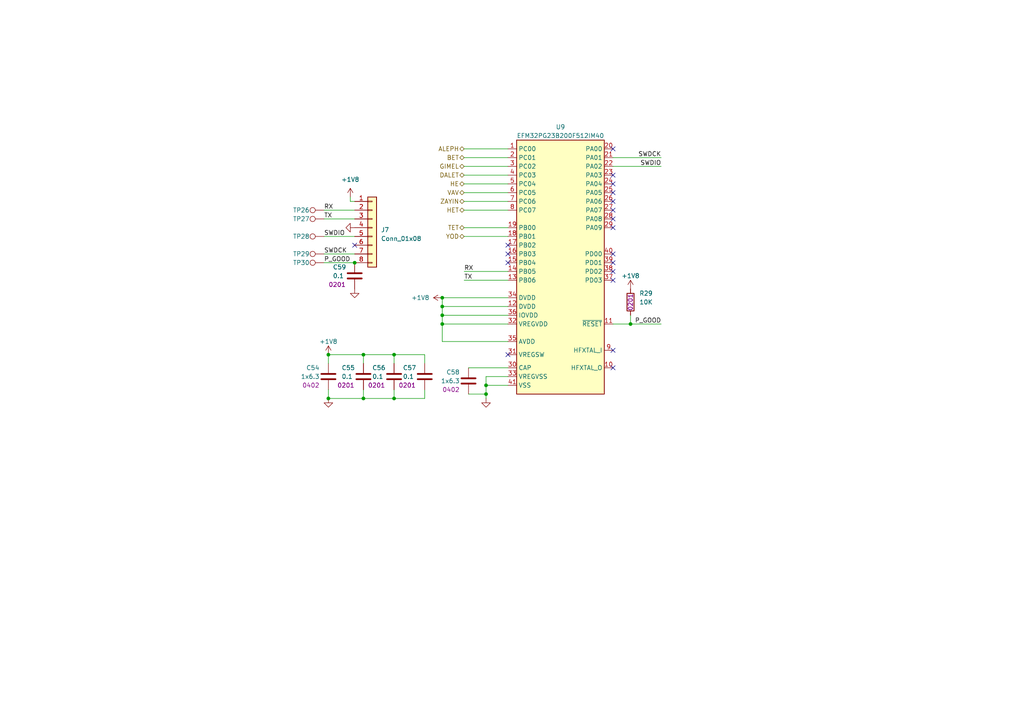
<source format=kicad_sch>
(kicad_sch
	(version 20231120)
	(generator "eeschema")
	(generator_version "8.0")
	(uuid "de730d4e-63cd-4745-9f6d-ad7d11d4cae2")
	(paper "A4")
	(lib_symbols
		(symbol "Connector:TestPoint"
			(pin_numbers hide)
			(pin_names
				(offset 0.762) hide)
			(exclude_from_sim no)
			(in_bom yes)
			(on_board yes)
			(property "Reference" "TP"
				(at 0 6.858 0)
				(effects
					(font
						(size 1.27 1.27)
					)
				)
			)
			(property "Value" "TestPoint"
				(at 0 5.08 0)
				(effects
					(font
						(size 1.27 1.27)
					)
				)
			)
			(property "Footprint" ""
				(at 5.08 0 0)
				(effects
					(font
						(size 1.27 1.27)
					)
					(hide yes)
				)
			)
			(property "Datasheet" "~"
				(at 5.08 0 0)
				(effects
					(font
						(size 1.27 1.27)
					)
					(hide yes)
				)
			)
			(property "Description" "test point"
				(at 0 0 0)
				(effects
					(font
						(size 1.27 1.27)
					)
					(hide yes)
				)
			)
			(property "ki_keywords" "test point tp"
				(at 0 0 0)
				(effects
					(font
						(size 1.27 1.27)
					)
					(hide yes)
				)
			)
			(property "ki_fp_filters" "Pin* Test*"
				(at 0 0 0)
				(effects
					(font
						(size 1.27 1.27)
					)
					(hide yes)
				)
			)
			(symbol "TestPoint_0_1"
				(circle
					(center 0 3.302)
					(radius 0.762)
					(stroke
						(width 0)
						(type default)
					)
					(fill
						(type none)
					)
				)
			)
			(symbol "TestPoint_1_1"
				(pin passive line
					(at 0 0 90)
					(length 2.54)
					(name "1"
						(effects
							(font
								(size 1.27 1.27)
							)
						)
					)
					(number "1"
						(effects
							(font
								(size 1.27 1.27)
							)
						)
					)
				)
			)
		)
		(symbol "Connector_Generic:Conn_01x08"
			(pin_names
				(offset 1.016) hide)
			(exclude_from_sim no)
			(in_bom yes)
			(on_board yes)
			(property "Reference" "J"
				(at 0 10.16 0)
				(effects
					(font
						(size 1.27 1.27)
					)
				)
			)
			(property "Value" "Conn_01x08"
				(at 0 -12.7 0)
				(effects
					(font
						(size 1.27 1.27)
					)
				)
			)
			(property "Footprint" ""
				(at 0 0 0)
				(effects
					(font
						(size 1.27 1.27)
					)
					(hide yes)
				)
			)
			(property "Datasheet" "~"
				(at 0 0 0)
				(effects
					(font
						(size 1.27 1.27)
					)
					(hide yes)
				)
			)
			(property "Description" "Generic connector, single row, 01x08, script generated (kicad-library-utils/schlib/autogen/connector/)"
				(at 0 0 0)
				(effects
					(font
						(size 1.27 1.27)
					)
					(hide yes)
				)
			)
			(property "ki_keywords" "connector"
				(at 0 0 0)
				(effects
					(font
						(size 1.27 1.27)
					)
					(hide yes)
				)
			)
			(property "ki_fp_filters" "Connector*:*_1x??_*"
				(at 0 0 0)
				(effects
					(font
						(size 1.27 1.27)
					)
					(hide yes)
				)
			)
			(symbol "Conn_01x08_1_1"
				(rectangle
					(start -1.27 -10.033)
					(end 0 -10.287)
					(stroke
						(width 0.1524)
						(type default)
					)
					(fill
						(type none)
					)
				)
				(rectangle
					(start -1.27 -7.493)
					(end 0 -7.747)
					(stroke
						(width 0.1524)
						(type default)
					)
					(fill
						(type none)
					)
				)
				(rectangle
					(start -1.27 -4.953)
					(end 0 -5.207)
					(stroke
						(width 0.1524)
						(type default)
					)
					(fill
						(type none)
					)
				)
				(rectangle
					(start -1.27 -2.413)
					(end 0 -2.667)
					(stroke
						(width 0.1524)
						(type default)
					)
					(fill
						(type none)
					)
				)
				(rectangle
					(start -1.27 0.127)
					(end 0 -0.127)
					(stroke
						(width 0.1524)
						(type default)
					)
					(fill
						(type none)
					)
				)
				(rectangle
					(start -1.27 2.667)
					(end 0 2.413)
					(stroke
						(width 0.1524)
						(type default)
					)
					(fill
						(type none)
					)
				)
				(rectangle
					(start -1.27 5.207)
					(end 0 4.953)
					(stroke
						(width 0.1524)
						(type default)
					)
					(fill
						(type none)
					)
				)
				(rectangle
					(start -1.27 7.747)
					(end 0 7.493)
					(stroke
						(width 0.1524)
						(type default)
					)
					(fill
						(type none)
					)
				)
				(rectangle
					(start -1.27 8.89)
					(end 1.27 -11.43)
					(stroke
						(width 0.254)
						(type default)
					)
					(fill
						(type background)
					)
				)
				(pin passive line
					(at -5.08 7.62 0)
					(length 3.81)
					(name "Pin_1"
						(effects
							(font
								(size 1.27 1.27)
							)
						)
					)
					(number "1"
						(effects
							(font
								(size 1.27 1.27)
							)
						)
					)
				)
				(pin passive line
					(at -5.08 5.08 0)
					(length 3.81)
					(name "Pin_2"
						(effects
							(font
								(size 1.27 1.27)
							)
						)
					)
					(number "2"
						(effects
							(font
								(size 1.27 1.27)
							)
						)
					)
				)
				(pin passive line
					(at -5.08 2.54 0)
					(length 3.81)
					(name "Pin_3"
						(effects
							(font
								(size 1.27 1.27)
							)
						)
					)
					(number "3"
						(effects
							(font
								(size 1.27 1.27)
							)
						)
					)
				)
				(pin passive line
					(at -5.08 0 0)
					(length 3.81)
					(name "Pin_4"
						(effects
							(font
								(size 1.27 1.27)
							)
						)
					)
					(number "4"
						(effects
							(font
								(size 1.27 1.27)
							)
						)
					)
				)
				(pin passive line
					(at -5.08 -2.54 0)
					(length 3.81)
					(name "Pin_5"
						(effects
							(font
								(size 1.27 1.27)
							)
						)
					)
					(number "5"
						(effects
							(font
								(size 1.27 1.27)
							)
						)
					)
				)
				(pin passive line
					(at -5.08 -5.08 0)
					(length 3.81)
					(name "Pin_6"
						(effects
							(font
								(size 1.27 1.27)
							)
						)
					)
					(number "6"
						(effects
							(font
								(size 1.27 1.27)
							)
						)
					)
				)
				(pin passive line
					(at -5.08 -7.62 0)
					(length 3.81)
					(name "Pin_7"
						(effects
							(font
								(size 1.27 1.27)
							)
						)
					)
					(number "7"
						(effects
							(font
								(size 1.27 1.27)
							)
						)
					)
				)
				(pin passive line
					(at -5.08 -10.16 0)
					(length 3.81)
					(name "Pin_8"
						(effects
							(font
								(size 1.27 1.27)
							)
						)
					)
					(number "8"
						(effects
							(font
								(size 1.27 1.27)
							)
						)
					)
				)
			)
		)
		(symbol "Device:C"
			(pin_numbers hide)
			(pin_names
				(offset 0.254)
			)
			(exclude_from_sim no)
			(in_bom yes)
			(on_board yes)
			(property "Reference" "C"
				(at 0.635 2.54 0)
				(effects
					(font
						(size 1.27 1.27)
					)
					(justify left)
				)
			)
			(property "Value" "C"
				(at 0.635 -2.54 0)
				(effects
					(font
						(size 1.27 1.27)
					)
					(justify left)
				)
			)
			(property "Footprint" ""
				(at 0.9652 -3.81 0)
				(effects
					(font
						(size 1.27 1.27)
					)
					(hide yes)
				)
			)
			(property "Datasheet" "~"
				(at 0 0 0)
				(effects
					(font
						(size 1.27 1.27)
					)
					(hide yes)
				)
			)
			(property "Description" "Unpolarized capacitor"
				(at 0 0 0)
				(effects
					(font
						(size 1.27 1.27)
					)
					(hide yes)
				)
			)
			(property "ki_keywords" "cap capacitor"
				(at 0 0 0)
				(effects
					(font
						(size 1.27 1.27)
					)
					(hide yes)
				)
			)
			(property "ki_fp_filters" "C_*"
				(at 0 0 0)
				(effects
					(font
						(size 1.27 1.27)
					)
					(hide yes)
				)
			)
			(symbol "C_0_1"
				(polyline
					(pts
						(xy -2.032 -0.762) (xy 2.032 -0.762)
					)
					(stroke
						(width 0.508)
						(type default)
					)
					(fill
						(type none)
					)
				)
				(polyline
					(pts
						(xy -2.032 0.762) (xy 2.032 0.762)
					)
					(stroke
						(width 0.508)
						(type default)
					)
					(fill
						(type none)
					)
				)
			)
			(symbol "C_1_1"
				(pin passive line
					(at 0 3.81 270)
					(length 2.794)
					(name "~"
						(effects
							(font
								(size 1.27 1.27)
							)
						)
					)
					(number "1"
						(effects
							(font
								(size 1.27 1.27)
							)
						)
					)
				)
				(pin passive line
					(at 0 -3.81 90)
					(length 2.794)
					(name "~"
						(effects
							(font
								(size 1.27 1.27)
							)
						)
					)
					(number "2"
						(effects
							(font
								(size 1.27 1.27)
							)
						)
					)
				)
			)
		)
		(symbol "Device:R"
			(pin_numbers hide)
			(pin_names
				(offset 0)
			)
			(exclude_from_sim no)
			(in_bom yes)
			(on_board yes)
			(property "Reference" "R"
				(at 2.032 0 90)
				(effects
					(font
						(size 1.27 1.27)
					)
				)
			)
			(property "Value" "R"
				(at 0 0 90)
				(effects
					(font
						(size 1.27 1.27)
					)
				)
			)
			(property "Footprint" ""
				(at -1.778 0 90)
				(effects
					(font
						(size 1.27 1.27)
					)
					(hide yes)
				)
			)
			(property "Datasheet" "~"
				(at 0 0 0)
				(effects
					(font
						(size 1.27 1.27)
					)
					(hide yes)
				)
			)
			(property "Description" "Resistor"
				(at 0 0 0)
				(effects
					(font
						(size 1.27 1.27)
					)
					(hide yes)
				)
			)
			(property "ki_keywords" "R res resistor"
				(at 0 0 0)
				(effects
					(font
						(size 1.27 1.27)
					)
					(hide yes)
				)
			)
			(property "ki_fp_filters" "R_*"
				(at 0 0 0)
				(effects
					(font
						(size 1.27 1.27)
					)
					(hide yes)
				)
			)
			(symbol "R_0_1"
				(rectangle
					(start -1.016 -2.54)
					(end 1.016 2.54)
					(stroke
						(width 0.254)
						(type default)
					)
					(fill
						(type none)
					)
				)
			)
			(symbol "R_1_1"
				(pin passive line
					(at 0 3.81 270)
					(length 1.27)
					(name "~"
						(effects
							(font
								(size 1.27 1.27)
							)
						)
					)
					(number "1"
						(effects
							(font
								(size 1.27 1.27)
							)
						)
					)
				)
				(pin passive line
					(at 0 -3.81 90)
					(length 1.27)
					(name "~"
						(effects
							(font
								(size 1.27 1.27)
							)
						)
					)
					(number "2"
						(effects
							(font
								(size 1.27 1.27)
							)
						)
					)
				)
			)
		)
		(symbol "MyLib:EFM32PG23B200F512IM40"
			(exclude_from_sim no)
			(in_bom yes)
			(on_board yes)
			(property "Reference" "U"
				(at 25.4 5.08 0)
				(effects
					(font
						(size 1.27 1.27)
					)
				)
			)
			(property "Value" "EFM32PG23B200F512IM40"
				(at 35.56 2.54 0)
				(effects
					(font
						(size 1.27 1.27)
					)
				)
			)
			(property "Footprint" "MyLib:QFN-40_EP_5x5_Pitch0.4mm"
				(at 0 5.08 0)
				(effects
					(font
						(size 1.27 1.27)
					)
					(hide yes)
				)
			)
			(property "Datasheet" ""
				(at 0 5.08 0)
				(effects
					(font
						(size 1.27 1.27)
					)
					(hide yes)
				)
			)
			(property "Description" "MCU EFM32 PG23 32-bit MCU, 32-bit ARM Cortex -M33 core, QFN40, Extended Secure Boot w/ RTSL, 512kB, 64kB(RAM), 29GPIO "
				(at 0 0 0)
				(effects
					(font
						(size 1.27 1.27)
					)
					(hide yes)
				)
			)
			(property "ki_keywords" "EFM32"
				(at 0 0 0)
				(effects
					(font
						(size 1.27 1.27)
					)
					(hide yes)
				)
			)
			(symbol "EFM32PG23B200F512IM40_0_1"
				(rectangle
					(start 22.86 0)
					(end 48.26 -73.66)
					(stroke
						(width 0.254)
						(type default)
					)
					(fill
						(type background)
					)
				)
			)
			(symbol "EFM32PG23B200F512IM40_1_0"
				(pin bidirectional line
					(at 50.8 -25.4 180)
					(length 2.54)
					(name "PA09"
						(effects
							(font
								(size 1.27 1.27)
							)
						)
					)
					(number "29"
						(effects
							(font
								(size 1.27 1.27)
							)
						)
					)
				)
				(pin bidirectional line
					(at 20.32 -7.62 0)
					(length 2.54)
					(name "PC02"
						(effects
							(font
								(size 1.27 1.27)
							)
						)
					)
					(number "3"
						(effects
							(font
								(size 1.27 1.27)
							)
						)
					)
				)
			)
			(symbol "EFM32PG23B200F512IM40_1_1"
				(pin bidirectional line
					(at 20.32 -2.54 0)
					(length 2.54)
					(name "PC00"
						(effects
							(font
								(size 1.27 1.27)
							)
						)
					)
					(number "1"
						(effects
							(font
								(size 1.27 1.27)
							)
						)
					)
				)
				(pin bidirectional line
					(at 50.8 -66.04 180)
					(length 2.54)
					(name "HFXTAL_O"
						(effects
							(font
								(size 1.27 1.27)
							)
						)
					)
					(number "10"
						(effects
							(font
								(size 1.27 1.27)
							)
						)
					)
				)
				(pin input line
					(at 50.8 -53.34 180)
					(length 2.54)
					(name "~{RESET}"
						(effects
							(font
								(size 1.27 1.27)
							)
						)
					)
					(number "11"
						(effects
							(font
								(size 1.27 1.27)
							)
						)
					)
				)
				(pin power_in line
					(at 20.32 -48.26 0)
					(length 2.54)
					(name "DVDD"
						(effects
							(font
								(size 1.27 1.27)
							)
						)
					)
					(number "12"
						(effects
							(font
								(size 1.27 1.27)
							)
						)
					)
				)
				(pin bidirectional line
					(at 20.32 -40.64 0)
					(length 2.54)
					(name "PB06"
						(effects
							(font
								(size 1.27 1.27)
							)
						)
					)
					(number "13"
						(effects
							(font
								(size 1.27 1.27)
							)
						)
					)
				)
				(pin bidirectional line
					(at 20.32 -38.1 0)
					(length 2.54)
					(name "PB05"
						(effects
							(font
								(size 1.27 1.27)
							)
						)
					)
					(number "14"
						(effects
							(font
								(size 1.27 1.27)
							)
						)
					)
				)
				(pin bidirectional line
					(at 20.32 -35.56 0)
					(length 2.54)
					(name "PB04"
						(effects
							(font
								(size 1.27 1.27)
							)
						)
					)
					(number "15"
						(effects
							(font
								(size 1.27 1.27)
							)
						)
					)
				)
				(pin bidirectional line
					(at 20.32 -33.02 0)
					(length 2.54)
					(name "PB03"
						(effects
							(font
								(size 1.27 1.27)
							)
						)
					)
					(number "16"
						(effects
							(font
								(size 1.27 1.27)
							)
						)
					)
				)
				(pin bidirectional line
					(at 20.32 -30.48 0)
					(length 2.54)
					(name "PB02"
						(effects
							(font
								(size 1.27 1.27)
							)
						)
					)
					(number "17"
						(effects
							(font
								(size 1.27 1.27)
							)
						)
					)
				)
				(pin bidirectional line
					(at 20.32 -27.94 0)
					(length 2.54)
					(name "PB01"
						(effects
							(font
								(size 1.27 1.27)
							)
						)
					)
					(number "18"
						(effects
							(font
								(size 1.27 1.27)
							)
						)
					)
				)
				(pin bidirectional line
					(at 20.32 -25.4 0)
					(length 2.54)
					(name "PB00"
						(effects
							(font
								(size 1.27 1.27)
							)
						)
					)
					(number "19"
						(effects
							(font
								(size 1.27 1.27)
							)
						)
					)
				)
				(pin bidirectional line
					(at 20.32 -5.08 0)
					(length 2.54)
					(name "PC01"
						(effects
							(font
								(size 1.27 1.27)
							)
						)
					)
					(number "2"
						(effects
							(font
								(size 1.27 1.27)
							)
						)
					)
				)
				(pin bidirectional line
					(at 50.8 -2.54 180)
					(length 2.54)
					(name "PA00"
						(effects
							(font
								(size 1.27 1.27)
							)
						)
					)
					(number "20"
						(effects
							(font
								(size 1.27 1.27)
							)
						)
					)
				)
				(pin bidirectional line
					(at 50.8 -5.08 180)
					(length 2.54)
					(name "PA01"
						(effects
							(font
								(size 1.27 1.27)
							)
						)
					)
					(number "21"
						(effects
							(font
								(size 1.27 1.27)
							)
						)
					)
				)
				(pin bidirectional line
					(at 50.8 -7.62 180)
					(length 2.54)
					(name "PA02"
						(effects
							(font
								(size 1.27 1.27)
							)
						)
					)
					(number "22"
						(effects
							(font
								(size 1.27 1.27)
							)
						)
					)
				)
				(pin bidirectional line
					(at 50.8 -10.16 180)
					(length 2.54)
					(name "PA03"
						(effects
							(font
								(size 1.27 1.27)
							)
						)
					)
					(number "23"
						(effects
							(font
								(size 1.27 1.27)
							)
						)
					)
				)
				(pin bidirectional line
					(at 50.8 -12.7 180)
					(length 2.54)
					(name "PA04"
						(effects
							(font
								(size 1.27 1.27)
							)
						)
					)
					(number "24"
						(effects
							(font
								(size 1.27 1.27)
							)
						)
					)
				)
				(pin bidirectional line
					(at 50.8 -15.24 180)
					(length 2.54)
					(name "PA05"
						(effects
							(font
								(size 1.27 1.27)
							)
						)
					)
					(number "25"
						(effects
							(font
								(size 1.27 1.27)
							)
						)
					)
				)
				(pin bidirectional line
					(at 50.8 -17.78 180)
					(length 2.54)
					(name "PA06"
						(effects
							(font
								(size 1.27 1.27)
							)
						)
					)
					(number "26"
						(effects
							(font
								(size 1.27 1.27)
							)
						)
					)
				)
				(pin bidirectional line
					(at 50.8 -20.32 180)
					(length 2.54)
					(name "PA07"
						(effects
							(font
								(size 1.27 1.27)
							)
						)
					)
					(number "27"
						(effects
							(font
								(size 1.27 1.27)
							)
						)
					)
				)
				(pin bidirectional line
					(at 50.8 -22.86 180)
					(length 2.54)
					(name "PA08"
						(effects
							(font
								(size 1.27 1.27)
							)
						)
					)
					(number "28"
						(effects
							(font
								(size 1.27 1.27)
							)
						)
					)
				)
				(pin power_out line
					(at 20.32 -66.04 0)
					(length 2.54)
					(name "CAP"
						(effects
							(font
								(size 1.27 1.27)
							)
						)
					)
					(number "30"
						(effects
							(font
								(size 1.27 1.27)
							)
						)
					)
				)
				(pin power_in line
					(at 20.32 -62.23 0)
					(length 2.54)
					(name "VREGSW"
						(effects
							(font
								(size 1.27 1.27)
							)
						)
					)
					(number "31"
						(effects
							(font
								(size 1.27 1.27)
							)
						)
					)
				)
				(pin power_in line
					(at 20.32 -53.34 0)
					(length 2.54)
					(name "VREGVDD"
						(effects
							(font
								(size 1.27 1.27)
							)
						)
					)
					(number "32"
						(effects
							(font
								(size 1.27 1.27)
							)
						)
					)
				)
				(pin power_in line
					(at 20.32 -68.58 0)
					(length 2.54)
					(name "VREGVSS"
						(effects
							(font
								(size 1.27 1.27)
							)
						)
					)
					(number "33"
						(effects
							(font
								(size 1.27 1.27)
							)
						)
					)
				)
				(pin power_in line
					(at 20.32 -45.72 0)
					(length 2.54)
					(name "DVDD"
						(effects
							(font
								(size 1.27 1.27)
							)
						)
					)
					(number "34"
						(effects
							(font
								(size 1.27 1.27)
							)
						)
					)
				)
				(pin power_in line
					(at 20.32 -58.42 0)
					(length 2.54)
					(name "AVDD"
						(effects
							(font
								(size 1.27 1.27)
							)
						)
					)
					(number "35"
						(effects
							(font
								(size 1.27 1.27)
							)
						)
					)
				)
				(pin power_in line
					(at 20.32 -50.8 0)
					(length 2.54)
					(name "IOVDD"
						(effects
							(font
								(size 1.27 1.27)
							)
						)
					)
					(number "36"
						(effects
							(font
								(size 1.27 1.27)
							)
						)
					)
				)
				(pin bidirectional line
					(at 50.8 -40.64 180)
					(length 2.54)
					(name "PD03"
						(effects
							(font
								(size 1.27 1.27)
							)
						)
					)
					(number "37"
						(effects
							(font
								(size 1.27 1.27)
							)
						)
					)
				)
				(pin bidirectional line
					(at 50.8 -38.1 180)
					(length 2.54)
					(name "PD02"
						(effects
							(font
								(size 1.27 1.27)
							)
						)
					)
					(number "38"
						(effects
							(font
								(size 1.27 1.27)
							)
						)
					)
				)
				(pin bidirectional line
					(at 50.8 -35.56 180)
					(length 2.54)
					(name "PD01"
						(effects
							(font
								(size 1.27 1.27)
							)
						)
					)
					(number "39"
						(effects
							(font
								(size 1.27 1.27)
							)
						)
					)
				)
				(pin bidirectional line
					(at 20.32 -10.16 0)
					(length 2.54)
					(name "PC03"
						(effects
							(font
								(size 1.27 1.27)
							)
						)
					)
					(number "4"
						(effects
							(font
								(size 1.27 1.27)
							)
						)
					)
				)
				(pin bidirectional line
					(at 50.8 -33.02 180)
					(length 2.54)
					(name "PD00"
						(effects
							(font
								(size 1.27 1.27)
							)
						)
					)
					(number "40"
						(effects
							(font
								(size 1.27 1.27)
							)
						)
					)
				)
				(pin power_in line
					(at 20.32 -71.12 0)
					(length 2.54)
					(name "VSS"
						(effects
							(font
								(size 1.27 1.27)
							)
						)
					)
					(number "41"
						(effects
							(font
								(size 1.27 1.27)
							)
						)
					)
				)
				(pin bidirectional line
					(at 20.32 -12.7 0)
					(length 2.54)
					(name "PC04"
						(effects
							(font
								(size 1.27 1.27)
							)
						)
					)
					(number "5"
						(effects
							(font
								(size 1.27 1.27)
							)
						)
					)
				)
				(pin bidirectional line
					(at 20.32 -15.24 0)
					(length 2.54)
					(name "PC05"
						(effects
							(font
								(size 1.27 1.27)
							)
						)
					)
					(number "6"
						(effects
							(font
								(size 1.27 1.27)
							)
						)
					)
				)
				(pin bidirectional line
					(at 20.32 -17.78 0)
					(length 2.54)
					(name "PC06"
						(effects
							(font
								(size 1.27 1.27)
							)
						)
					)
					(number "7"
						(effects
							(font
								(size 1.27 1.27)
							)
						)
					)
				)
				(pin bidirectional line
					(at 20.32 -20.32 0)
					(length 2.54)
					(name "PC07"
						(effects
							(font
								(size 1.27 1.27)
							)
						)
					)
					(number "8"
						(effects
							(font
								(size 1.27 1.27)
							)
						)
					)
				)
				(pin bidirectional line
					(at 50.8 -60.96 180)
					(length 2.54)
					(name "HFXTAL_I"
						(effects
							(font
								(size 1.27 1.27)
							)
						)
					)
					(number "9"
						(effects
							(font
								(size 1.27 1.27)
							)
						)
					)
				)
			)
		)
		(symbol "power:+1V8"
			(power)
			(pin_names
				(offset 0)
			)
			(exclude_from_sim no)
			(in_bom yes)
			(on_board yes)
			(property "Reference" "#PWR"
				(at 0 -3.81 0)
				(effects
					(font
						(size 1.27 1.27)
					)
					(hide yes)
				)
			)
			(property "Value" "+1V8"
				(at 0 3.556 0)
				(effects
					(font
						(size 1.27 1.27)
					)
				)
			)
			(property "Footprint" ""
				(at 0 0 0)
				(effects
					(font
						(size 1.27 1.27)
					)
					(hide yes)
				)
			)
			(property "Datasheet" ""
				(at 0 0 0)
				(effects
					(font
						(size 1.27 1.27)
					)
					(hide yes)
				)
			)
			(property "Description" "Power symbol creates a global label with name \"+1V8\""
				(at 0 0 0)
				(effects
					(font
						(size 1.27 1.27)
					)
					(hide yes)
				)
			)
			(property "ki_keywords" "power-flag"
				(at 0 0 0)
				(effects
					(font
						(size 1.27 1.27)
					)
					(hide yes)
				)
			)
			(symbol "+1V8_0_1"
				(polyline
					(pts
						(xy -0.762 1.27) (xy 0 2.54)
					)
					(stroke
						(width 0)
						(type default)
					)
					(fill
						(type none)
					)
				)
				(polyline
					(pts
						(xy 0 0) (xy 0 2.54)
					)
					(stroke
						(width 0)
						(type default)
					)
					(fill
						(type none)
					)
				)
				(polyline
					(pts
						(xy 0 2.54) (xy 0.762 1.27)
					)
					(stroke
						(width 0)
						(type default)
					)
					(fill
						(type none)
					)
				)
			)
			(symbol "+1V8_1_1"
				(pin power_in line
					(at 0 0 90)
					(length 0) hide
					(name "+1V8"
						(effects
							(font
								(size 1.27 1.27)
							)
						)
					)
					(number "1"
						(effects
							(font
								(size 1.27 1.27)
							)
						)
					)
				)
			)
		)
		(symbol "power:GND"
			(power)
			(pin_names
				(offset 0)
			)
			(exclude_from_sim no)
			(in_bom yes)
			(on_board yes)
			(property "Reference" "#PWR"
				(at 0 -6.35 0)
				(effects
					(font
						(size 1.27 1.27)
					)
					(hide yes)
				)
			)
			(property "Value" "GND"
				(at 0 -3.81 0)
				(effects
					(font
						(size 1.27 1.27)
					)
				)
			)
			(property "Footprint" ""
				(at 0 0 0)
				(effects
					(font
						(size 1.27 1.27)
					)
					(hide yes)
				)
			)
			(property "Datasheet" ""
				(at 0 0 0)
				(effects
					(font
						(size 1.27 1.27)
					)
					(hide yes)
				)
			)
			(property "Description" "Power symbol creates a global label with name \"GND\" , ground"
				(at 0 0 0)
				(effects
					(font
						(size 1.27 1.27)
					)
					(hide yes)
				)
			)
			(property "ki_keywords" "power-flag"
				(at 0 0 0)
				(effects
					(font
						(size 1.27 1.27)
					)
					(hide yes)
				)
			)
			(symbol "GND_0_1"
				(polyline
					(pts
						(xy 0 0) (xy 0 -1.27) (xy 1.27 -1.27) (xy 0 -2.54) (xy -1.27 -1.27) (xy 0 -1.27)
					)
					(stroke
						(width 0)
						(type default)
					)
					(fill
						(type none)
					)
				)
			)
			(symbol "GND_1_1"
				(pin power_in line
					(at 0 0 270)
					(length 0) hide
					(name "GND"
						(effects
							(font
								(size 1.27 1.27)
							)
						)
					)
					(number "1"
						(effects
							(font
								(size 1.27 1.27)
							)
						)
					)
				)
			)
		)
	)
	(junction
		(at 128.27 86.36)
		(diameter 0)
		(color 0 0 0 0)
		(uuid "011cd4ed-8acd-4a61-8494-c7ad242fce78")
	)
	(junction
		(at 128.27 88.9)
		(diameter 0)
		(color 0 0 0 0)
		(uuid "22d612d9-c2d5-43eb-b1df-e89cb13f0c92")
	)
	(junction
		(at 140.97 114.3)
		(diameter 0)
		(color 0 0 0 0)
		(uuid "29dc3532-4130-4c19-8921-5ca3312017d2")
	)
	(junction
		(at 128.27 91.44)
		(diameter 0)
		(color 0 0 0 0)
		(uuid "35a84ae7-cce5-491c-beb6-61c99f26631f")
	)
	(junction
		(at 140.97 111.76)
		(diameter 0)
		(color 0 0 0 0)
		(uuid "5ac914e7-1511-4471-883e-51b6a3724ac3")
	)
	(junction
		(at 95.25 115.57)
		(diameter 0)
		(color 0 0 0 0)
		(uuid "5aeb60aa-bdb3-4470-8036-dcf12670525a")
	)
	(junction
		(at 182.88 93.98)
		(diameter 0)
		(color 0 0 0 0)
		(uuid "76593fe5-3c28-4838-90ba-010949c3de68")
	)
	(junction
		(at 114.3 102.87)
		(diameter 0)
		(color 0 0 0 0)
		(uuid "832e2b6c-925b-48c6-9b7d-a892d4b254a9")
	)
	(junction
		(at 105.41 102.87)
		(diameter 0)
		(color 0 0 0 0)
		(uuid "d796be22-1828-4f79-b9ff-dcd962482c1d")
	)
	(junction
		(at 128.27 93.98)
		(diameter 0)
		(color 0 0 0 0)
		(uuid "e5099c0b-df44-4e87-9718-e4c9edd677aa")
	)
	(junction
		(at 114.3 115.57)
		(diameter 0)
		(color 0 0 0 0)
		(uuid "e5c9d969-cf64-4634-92f1-9d8d0dd0fa00")
	)
	(junction
		(at 95.25 102.87)
		(diameter 0)
		(color 0 0 0 0)
		(uuid "eb4d7400-7a01-411a-b60e-d3e9a8348dbb")
	)
	(junction
		(at 102.87 76.2)
		(diameter 0)
		(color 0 0 0 0)
		(uuid "f757af97-68e4-4602-9bb4-0566c20167db")
	)
	(junction
		(at 105.41 115.57)
		(diameter 0)
		(color 0 0 0 0)
		(uuid "f8a3cfd3-7267-47db-b079-919f05ef55af")
	)
	(no_connect
		(at 177.8 50.8)
		(uuid "0314a178-23ce-47dd-a619-191e24cae2f1")
	)
	(no_connect
		(at 177.8 78.74)
		(uuid "05f5d8c8-e8de-47ba-bf2d-c40a482c9655")
	)
	(no_connect
		(at 147.32 71.12)
		(uuid "0898f0a1-68da-4dba-a11c-aec9cf3bb48b")
	)
	(no_connect
		(at 147.32 76.2)
		(uuid "390c99d7-812a-48f6-ac62-0c9154f63a71")
	)
	(no_connect
		(at 177.8 76.2)
		(uuid "3b28a104-a30c-4b3c-83de-233c8d392ada")
	)
	(no_connect
		(at 177.8 63.5)
		(uuid "3eab318c-b571-498d-b7a8-4b81a94504bd")
	)
	(no_connect
		(at 102.87 71.12)
		(uuid "3fd8f7e8-1b18-4c4b-81d3-bcb431b871dc")
	)
	(no_connect
		(at 177.8 66.04)
		(uuid "4f0b19cc-6d03-40ed-b080-8d2ea776a544")
	)
	(no_connect
		(at 147.32 102.87)
		(uuid "52eea1d4-02c3-4557-8fe9-59e7a7082496")
	)
	(no_connect
		(at 177.8 73.66)
		(uuid "5bfa4729-fc70-4719-8188-d634a6fc1f11")
	)
	(no_connect
		(at 177.8 43.18)
		(uuid "6022bc0e-9b61-4cd3-ab2b-d999bae33bdf")
	)
	(no_connect
		(at 177.8 53.34)
		(uuid "66d455cf-2442-4399-ba3e-65011bc73803")
	)
	(no_connect
		(at 177.8 55.88)
		(uuid "8d9c7a8e-3ce2-450f-ad91-6fafcbf6f161")
	)
	(no_connect
		(at 177.8 60.96)
		(uuid "9a25948e-5ea7-4f2e-b86f-e15445feabab")
	)
	(no_connect
		(at 177.8 106.68)
		(uuid "ad498325-056e-4132-9284-52354a2f0a9f")
	)
	(no_connect
		(at 177.8 58.42)
		(uuid "b085d301-8499-46dd-859f-5294dd78521f")
	)
	(no_connect
		(at 177.8 81.28)
		(uuid "b5baaa7b-b5d0-4f4f-8776-d971fcbcaa5a")
	)
	(no_connect
		(at 147.32 73.66)
		(uuid "b6d08c2f-3b37-463e-9705-a0741a7ad02b")
	)
	(no_connect
		(at 177.8 101.6)
		(uuid "c9d335ad-85e8-404d-a58f-280a1069dc05")
	)
	(wire
		(pts
			(xy 128.27 91.44) (xy 128.27 88.9)
		)
		(stroke
			(width 0)
			(type default)
		)
		(uuid "07223bc9-839f-44f4-9e96-96834e980bb4")
	)
	(wire
		(pts
			(xy 123.19 115.57) (xy 123.19 113.03)
		)
		(stroke
			(width 0)
			(type default)
		)
		(uuid "0c309479-d3f3-4af9-a12c-603e14a980c9")
	)
	(wire
		(pts
			(xy 147.32 109.22) (xy 140.97 109.22)
		)
		(stroke
			(width 0)
			(type default)
		)
		(uuid "12e6f857-3be2-4f84-be1a-7be233d9e0d8")
	)
	(wire
		(pts
			(xy 93.98 60.96) (xy 102.87 60.96)
		)
		(stroke
			(width 0)
			(type default)
		)
		(uuid "1514e434-12fe-4918-8e0c-3ab3f33c2d5d")
	)
	(wire
		(pts
			(xy 123.19 105.41) (xy 123.19 102.87)
		)
		(stroke
			(width 0)
			(type default)
		)
		(uuid "1db38168-f987-46b2-87c6-cde971604cc8")
	)
	(wire
		(pts
			(xy 128.27 99.06) (xy 147.32 99.06)
		)
		(stroke
			(width 0)
			(type default)
		)
		(uuid "24359bc6-3038-4d54-b852-978b80923630")
	)
	(wire
		(pts
			(xy 128.27 86.36) (xy 147.32 86.36)
		)
		(stroke
			(width 0)
			(type default)
		)
		(uuid "29b27ebe-b6d5-4b3e-9952-8364859dee4b")
	)
	(wire
		(pts
			(xy 134.62 48.26) (xy 147.32 48.26)
		)
		(stroke
			(width 0)
			(type default)
		)
		(uuid "34a97862-0cb2-42b1-ae6f-5afd90b2abcc")
	)
	(wire
		(pts
			(xy 134.62 68.58) (xy 147.32 68.58)
		)
		(stroke
			(width 0)
			(type default)
		)
		(uuid "360006d1-f711-42fd-b68e-cff106667c7f")
	)
	(wire
		(pts
			(xy 93.98 63.5) (xy 102.87 63.5)
		)
		(stroke
			(width 0)
			(type default)
		)
		(uuid "3b6c42ad-b255-4696-bb12-a1c3f0aa393c")
	)
	(wire
		(pts
			(xy 134.62 78.74) (xy 147.32 78.74)
		)
		(stroke
			(width 0)
			(type default)
		)
		(uuid "43ce527e-a8c6-470f-9319-9cf87b1b1a5a")
	)
	(wire
		(pts
			(xy 134.62 66.04) (xy 147.32 66.04)
		)
		(stroke
			(width 0)
			(type default)
		)
		(uuid "4c75823e-8409-4625-81f9-c1c42faf2607")
	)
	(wire
		(pts
			(xy 140.97 111.76) (xy 147.32 111.76)
		)
		(stroke
			(width 0)
			(type default)
		)
		(uuid "53c5d99b-ef22-4ecd-b2a6-b730a73a3877")
	)
	(wire
		(pts
			(xy 134.62 60.96) (xy 147.32 60.96)
		)
		(stroke
			(width 0)
			(type default)
		)
		(uuid "56b5b537-9c5f-481c-a05d-7fb764dec717")
	)
	(wire
		(pts
			(xy 95.25 102.87) (xy 95.25 105.41)
		)
		(stroke
			(width 0)
			(type default)
		)
		(uuid "5ae3741c-67c8-4c5f-9959-1be3d1051ea2")
	)
	(wire
		(pts
			(xy 135.89 114.3) (xy 140.97 114.3)
		)
		(stroke
			(width 0)
			(type default)
		)
		(uuid "605b0aa9-602f-459b-9883-884bbc311b3b")
	)
	(wire
		(pts
			(xy 134.62 45.72) (xy 147.32 45.72)
		)
		(stroke
			(width 0)
			(type default)
		)
		(uuid "6b3bddef-628a-45e2-880a-9965f12c855a")
	)
	(wire
		(pts
			(xy 134.62 81.28) (xy 147.32 81.28)
		)
		(stroke
			(width 0)
			(type default)
		)
		(uuid "73571bc5-c9b2-47e1-859f-a51f49a71a66")
	)
	(wire
		(pts
			(xy 128.27 86.36) (xy 128.27 88.9)
		)
		(stroke
			(width 0)
			(type default)
		)
		(uuid "795da802-45d2-439b-bc4a-68c4f137ea3f")
	)
	(wire
		(pts
			(xy 95.25 113.03) (xy 95.25 115.57)
		)
		(stroke
			(width 0)
			(type default)
		)
		(uuid "7a8389f8-796c-4b24-8463-de10805d75f5")
	)
	(wire
		(pts
			(xy 93.98 68.58) (xy 102.87 68.58)
		)
		(stroke
			(width 0)
			(type default)
		)
		(uuid "7d9a7437-2b50-4141-9fec-ad14f4d73a6b")
	)
	(wire
		(pts
			(xy 128.27 93.98) (xy 147.32 93.98)
		)
		(stroke
			(width 0)
			(type default)
		)
		(uuid "8025e979-3374-4afb-9beb-1f65fe4ce5e3")
	)
	(wire
		(pts
			(xy 123.19 102.87) (xy 114.3 102.87)
		)
		(stroke
			(width 0)
			(type default)
		)
		(uuid "8dadc06f-a02a-4ba2-9ac1-74c5a47ae580")
	)
	(wire
		(pts
			(xy 114.3 113.03) (xy 114.3 115.57)
		)
		(stroke
			(width 0)
			(type default)
		)
		(uuid "96ff86e3-9871-43b3-9721-f4c69edfdfce")
	)
	(wire
		(pts
			(xy 134.62 43.18) (xy 147.32 43.18)
		)
		(stroke
			(width 0)
			(type default)
		)
		(uuid "99e7db82-1dc3-4993-a65f-9148f7bf0b94")
	)
	(wire
		(pts
			(xy 134.62 55.88) (xy 147.32 55.88)
		)
		(stroke
			(width 0)
			(type default)
		)
		(uuid "9a1e7519-4eb7-4d94-9ea6-f2fa89356bbb")
	)
	(wire
		(pts
			(xy 105.41 115.57) (xy 114.3 115.57)
		)
		(stroke
			(width 0)
			(type default)
		)
		(uuid "9ecabfe0-55da-4392-b349-cbc4fc9a3245")
	)
	(wire
		(pts
			(xy 140.97 109.22) (xy 140.97 111.76)
		)
		(stroke
			(width 0)
			(type default)
		)
		(uuid "a100af07-91fb-4cf1-b768-df18d0c4935b")
	)
	(wire
		(pts
			(xy 95.25 115.57) (xy 105.41 115.57)
		)
		(stroke
			(width 0)
			(type default)
		)
		(uuid "ad60f749-9fc0-4c41-9e79-94f642478e13")
	)
	(wire
		(pts
			(xy 177.8 93.98) (xy 182.88 93.98)
		)
		(stroke
			(width 0)
			(type default)
		)
		(uuid "b62c165f-c58c-4112-96e2-0d6d2ff3ff13")
	)
	(wire
		(pts
			(xy 134.62 53.34) (xy 147.32 53.34)
		)
		(stroke
			(width 0)
			(type default)
		)
		(uuid "bb32051a-da97-4fe1-b6a4-27c6af4fb4e8")
	)
	(wire
		(pts
			(xy 114.3 105.41) (xy 114.3 102.87)
		)
		(stroke
			(width 0)
			(type default)
		)
		(uuid "bcc8cacb-fe30-4695-ad39-3aa159465172")
	)
	(wire
		(pts
			(xy 105.41 113.03) (xy 105.41 115.57)
		)
		(stroke
			(width 0)
			(type default)
		)
		(uuid "c04fb04e-8bf3-4581-b693-aa4b84542d4c")
	)
	(wire
		(pts
			(xy 101.6 58.42) (xy 102.87 58.42)
		)
		(stroke
			(width 0)
			(type default)
		)
		(uuid "c0e0d8fa-d7bd-4932-bfb2-f90031eaf352")
	)
	(wire
		(pts
			(xy 93.98 76.2) (xy 102.87 76.2)
		)
		(stroke
			(width 0)
			(type default)
		)
		(uuid "c48bcefc-c044-400b-8b04-f3bfa7f52bfe")
	)
	(wire
		(pts
			(xy 128.27 91.44) (xy 128.27 93.98)
		)
		(stroke
			(width 0)
			(type default)
		)
		(uuid "caca097e-8bff-4810-b363-f16b169b29c1")
	)
	(wire
		(pts
			(xy 182.88 91.44) (xy 182.88 93.98)
		)
		(stroke
			(width 0)
			(type default)
		)
		(uuid "cc56bd74-6f2b-4b4e-b218-b7aad73d11c2")
	)
	(wire
		(pts
			(xy 128.27 91.44) (xy 147.32 91.44)
		)
		(stroke
			(width 0)
			(type default)
		)
		(uuid "cc6e6b1d-fdaf-4f35-a0eb-19dfccf17d6a")
	)
	(wire
		(pts
			(xy 114.3 102.87) (xy 105.41 102.87)
		)
		(stroke
			(width 0)
			(type default)
		)
		(uuid "cd6f2871-8c9c-4eca-8915-0fe991d0beb7")
	)
	(wire
		(pts
			(xy 93.98 73.66) (xy 102.87 73.66)
		)
		(stroke
			(width 0)
			(type default)
		)
		(uuid "cdf4b19b-6090-4243-ad5a-f3bb615eeb0a")
	)
	(wire
		(pts
			(xy 105.41 102.87) (xy 105.41 105.41)
		)
		(stroke
			(width 0)
			(type default)
		)
		(uuid "ceabe229-8ca0-4696-a9ac-eace9e05c45d")
	)
	(wire
		(pts
			(xy 114.3 115.57) (xy 123.19 115.57)
		)
		(stroke
			(width 0)
			(type default)
		)
		(uuid "d5331fce-71f9-4cf0-9b37-7fe115a5eacd")
	)
	(wire
		(pts
			(xy 140.97 111.76) (xy 140.97 114.3)
		)
		(stroke
			(width 0)
			(type default)
		)
		(uuid "df9f9d32-24ff-446d-a33d-e899c91b7fe6")
	)
	(wire
		(pts
			(xy 135.89 106.68) (xy 147.32 106.68)
		)
		(stroke
			(width 0)
			(type default)
		)
		(uuid "e291facf-0dcb-4589-a002-b0cbe9d9d506")
	)
	(wire
		(pts
			(xy 182.88 93.98) (xy 191.77 93.98)
		)
		(stroke
			(width 0)
			(type default)
		)
		(uuid "e8d12621-82ac-4a14-a1c4-1277e1c04dbc")
	)
	(wire
		(pts
			(xy 140.97 114.3) (xy 140.97 115.57)
		)
		(stroke
			(width 0)
			(type default)
		)
		(uuid "eaffadd5-8787-4044-a4f2-e59dffbcb196")
	)
	(wire
		(pts
			(xy 191.77 45.72) (xy 177.8 45.72)
		)
		(stroke
			(width 0)
			(type default)
		)
		(uuid "eecb9d67-73f2-40b2-975e-c7aff04db1ea")
	)
	(wire
		(pts
			(xy 134.62 50.8) (xy 147.32 50.8)
		)
		(stroke
			(width 0)
			(type default)
		)
		(uuid "ef59d9b3-81cf-4291-bb50-cac380cced0e")
	)
	(wire
		(pts
			(xy 128.27 88.9) (xy 147.32 88.9)
		)
		(stroke
			(width 0)
			(type default)
		)
		(uuid "f44dc72b-9972-48d9-864a-cfa2a05f350e")
	)
	(wire
		(pts
			(xy 191.77 48.26) (xy 177.8 48.26)
		)
		(stroke
			(width 0)
			(type default)
		)
		(uuid "f89b2fdd-01ab-492e-8565-7b2c02a2f69d")
	)
	(wire
		(pts
			(xy 101.6 57.15) (xy 101.6 58.42)
		)
		(stroke
			(width 0)
			(type default)
		)
		(uuid "f8f24338-844c-4f68-a342-94acbd577f7e")
	)
	(wire
		(pts
			(xy 95.25 102.87) (xy 105.41 102.87)
		)
		(stroke
			(width 0)
			(type default)
		)
		(uuid "fba8d555-37c3-49a1-8c4c-033ec071bdff")
	)
	(wire
		(pts
			(xy 128.27 93.98) (xy 128.27 99.06)
		)
		(stroke
			(width 0)
			(type default)
		)
		(uuid "fd659b39-1a41-447a-aa99-d1925e44d81a")
	)
	(wire
		(pts
			(xy 134.62 58.42) (xy 147.32 58.42)
		)
		(stroke
			(width 0)
			(type default)
		)
		(uuid "feb4110d-9553-4831-9664-29d47c5be68e")
	)
	(label "TX"
		(at 134.62 81.28 0)
		(fields_autoplaced yes)
		(effects
			(font
				(size 1.27 1.27)
			)
			(justify left bottom)
		)
		(uuid "3a70f1e1-4884-4c4c-a1b9-bf4c949c7c67")
	)
	(label "RX"
		(at 93.98 60.96 0)
		(fields_autoplaced yes)
		(effects
			(font
				(size 1.27 1.27)
			)
			(justify left bottom)
		)
		(uuid "4423f52d-b721-4fa4-b92a-f0d641c0a36c")
	)
	(label "TX"
		(at 93.98 63.5 0)
		(fields_autoplaced yes)
		(effects
			(font
				(size 1.27 1.27)
			)
			(justify left bottom)
		)
		(uuid "51c938a1-4570-4245-bc0f-e408daab26c2")
	)
	(label "SWDCK"
		(at 93.98 73.66 0)
		(fields_autoplaced yes)
		(effects
			(font
				(size 1.27 1.27)
			)
			(justify left bottom)
		)
		(uuid "72c2f87d-a2da-4395-a360-c58204c689be")
	)
	(label "P_GOOD"
		(at 191.77 93.98 180)
		(fields_autoplaced yes)
		(effects
			(font
				(size 1.27 1.27)
			)
			(justify right bottom)
		)
		(uuid "7f7f9674-6a5b-474c-a88b-b260bff0b9df")
	)
	(label "SWDIO"
		(at 93.98 68.58 0)
		(fields_autoplaced yes)
		(effects
			(font
				(size 1.27 1.27)
			)
			(justify left bottom)
		)
		(uuid "b33f4875-e140-4d4c-a991-e77a7e4a0f87")
	)
	(label "RX"
		(at 134.62 78.74 0)
		(fields_autoplaced yes)
		(effects
			(font
				(size 1.27 1.27)
			)
			(justify left bottom)
		)
		(uuid "beec6568-7413-42bb-8448-03ba277d12d7")
	)
	(label "P_GOOD"
		(at 93.98 76.2 0)
		(fields_autoplaced yes)
		(effects
			(font
				(size 1.27 1.27)
			)
			(justify left bottom)
		)
		(uuid "d5f914df-67d4-4179-a5a0-7a9cbd310993")
	)
	(label "SWDCK"
		(at 191.77 45.72 180)
		(fields_autoplaced yes)
		(effects
			(font
				(size 1.27 1.27)
			)
			(justify right bottom)
		)
		(uuid "ea5ba9b0-8229-4f9a-89ee-6d4dfe3fd3ff")
	)
	(label "SWDIO"
		(at 191.77 48.26 180)
		(fields_autoplaced yes)
		(effects
			(font
				(size 1.27 1.27)
			)
			(justify right bottom)
		)
		(uuid "ea7d1867-779e-4a38-aa13-0421138c55be")
	)
	(hierarchical_label "DALET"
		(shape bidirectional)
		(at 134.62 50.8 180)
		(fields_autoplaced yes)
		(effects
			(font
				(size 1.27 1.27)
			)
			(justify right)
		)
		(uuid "12cabbf5-bdc7-473f-9261-ae3a1739435a")
	)
	(hierarchical_label "ALEPH"
		(shape bidirectional)
		(at 134.62 43.18 180)
		(fields_autoplaced yes)
		(effects
			(font
				(size 1.27 1.27)
			)
			(justify right)
		)
		(uuid "5eefc6fe-5ea6-41da-968e-79e3a6d54fbc")
	)
	(hierarchical_label "GIMEL"
		(shape bidirectional)
		(at 134.62 48.26 180)
		(fields_autoplaced yes)
		(effects
			(font
				(size 1.27 1.27)
			)
			(justify right)
		)
		(uuid "5f6b2fec-d1c6-4d64-94b5-71911cda2070")
	)
	(hierarchical_label "YOD"
		(shape bidirectional)
		(at 134.62 68.58 180)
		(fields_autoplaced yes)
		(effects
			(font
				(size 1.27 1.27)
			)
			(justify right)
		)
		(uuid "66f7a809-97ad-405e-8d79-c45af9f917e4")
	)
	(hierarchical_label "ZAYIN"
		(shape bidirectional)
		(at 134.62 58.42 180)
		(fields_autoplaced yes)
		(effects
			(font
				(size 1.27 1.27)
			)
			(justify right)
		)
		(uuid "9eb74f0c-50ff-4787-897e-9e475f16de7c")
	)
	(hierarchical_label "BET"
		(shape bidirectional)
		(at 134.62 45.72 180)
		(fields_autoplaced yes)
		(effects
			(font
				(size 1.27 1.27)
			)
			(justify right)
		)
		(uuid "a14a3ac3-3178-4f4d-957d-3a3da8998c46")
	)
	(hierarchical_label "TET"
		(shape bidirectional)
		(at 134.62 66.04 180)
		(fields_autoplaced yes)
		(effects
			(font
				(size 1.27 1.27)
			)
			(justify right)
		)
		(uuid "b5379879-3869-40ac-a45f-742d334819c1")
	)
	(hierarchical_label "HE"
		(shape bidirectional)
		(at 134.62 53.34 180)
		(fields_autoplaced yes)
		(effects
			(font
				(size 1.27 1.27)
			)
			(justify right)
		)
		(uuid "d2ab1696-348b-4dd6-8446-827d2f8e8107")
	)
	(hierarchical_label "VAV"
		(shape bidirectional)
		(at 134.62 55.88 180)
		(fields_autoplaced yes)
		(effects
			(font
				(size 1.27 1.27)
			)
			(justify right)
		)
		(uuid "f92f5577-40ef-4cc9-bb74-d13516c17b3d")
	)
	(hierarchical_label "HET"
		(shape bidirectional)
		(at 134.62 60.96 180)
		(fields_autoplaced yes)
		(effects
			(font
				(size 1.27 1.27)
			)
			(justify right)
		)
		(uuid "fb7eb56f-2d93-4e7d-83bd-f4523d80eddd")
	)
	(symbol
		(lib_id "power:+1V8")
		(at 101.6 57.15 0)
		(unit 1)
		(exclude_from_sim no)
		(in_bom yes)
		(on_board yes)
		(dnp no)
		(uuid "1e05c225-fbad-40dd-aba8-66ada5d57480")
		(property "Reference" "#PWR076"
			(at 101.6 60.96 0)
			(effects
				(font
					(size 1.27 1.27)
				)
				(hide yes)
			)
		)
		(property "Value" "+1V8"
			(at 101.6 52.07 0)
			(effects
				(font
					(size 1.27 1.27)
				)
			)
		)
		(property "Footprint" ""
			(at 101.6 57.15 0)
			(effects
				(font
					(size 1.27 1.27)
				)
				(hide yes)
			)
		)
		(property "Datasheet" ""
			(at 101.6 57.15 0)
			(effects
				(font
					(size 1.27 1.27)
				)
				(hide yes)
			)
		)
		(property "Description" ""
			(at 101.6 57.15 0)
			(effects
				(font
					(size 1.27 1.27)
				)
				(hide yes)
			)
		)
		(pin "1"
			(uuid "f447b974-0a84-4fd9-abcf-f9c8afd29c79")
		)
		(instances
			(project "Kampela_H1"
				(path "/f1094595-086c-43ea-a0be-6f801d9d8744/426d2e5c-9813-4137-9bb6-36832fb9b69b"
					(reference "#PWR076")
					(unit 1)
				)
			)
		)
	)
	(symbol
		(lib_id "Device:C")
		(at 102.87 80.01 0)
		(mirror x)
		(unit 1)
		(exclude_from_sim no)
		(in_bom yes)
		(on_board yes)
		(dnp no)
		(uuid "210d9c81-932b-4f75-a728-b4ffe8e9cbf0")
		(property "Reference" "C59"
			(at 96.52 77.47 0)
			(effects
				(font
					(size 1.27 1.27)
				)
				(justify left)
			)
		)
		(property "Value" "0.1"
			(at 96.52 80.01 0)
			(effects
				(font
					(size 1.27 1.27)
				)
				(justify left)
			)
		)
		(property "Footprint" "Capacitor_SMD:C_0201_0603Metric"
			(at 103.8352 76.2 0)
			(effects
				(font
					(size 1.27 1.27)
				)
				(hide yes)
			)
		)
		(property "Datasheet" "~"
			(at 102.87 80.01 0)
			(effects
				(font
					(size 1.27 1.27)
				)
				(hide yes)
			)
		)
		(property "Description" "Unpolarized capacitor"
			(at 102.87 80.01 0)
			(effects
				(font
					(size 1.27 1.27)
				)
				(hide yes)
			)
		)
		(property "Size" "0201"
			(at 97.79 82.55 0)
			(effects
				(font
					(size 1.27 1.27)
				)
			)
		)
		(pin "2"
			(uuid "69b6ea88-5a4b-4159-aa1d-c1a676577cb5")
		)
		(pin "1"
			(uuid "95493107-2602-46dc-b61c-c970d7b285b5")
		)
		(instances
			(project "Kampela_H1"
				(path "/f1094595-086c-43ea-a0be-6f801d9d8744/426d2e5c-9813-4137-9bb6-36832fb9b69b"
					(reference "C59")
					(unit 1)
				)
			)
		)
	)
	(symbol
		(lib_id "Device:C")
		(at 123.19 109.22 0)
		(mirror x)
		(unit 1)
		(exclude_from_sim no)
		(in_bom yes)
		(on_board yes)
		(dnp no)
		(uuid "2fa14243-e551-422f-9e1e-5f60ae2e92d8")
		(property "Reference" "C57"
			(at 116.84 106.68 0)
			(effects
				(font
					(size 1.27 1.27)
				)
				(justify left)
			)
		)
		(property "Value" "0.1"
			(at 116.84 109.22 0)
			(effects
				(font
					(size 1.27 1.27)
				)
				(justify left)
			)
		)
		(property "Footprint" "Capacitor_SMD:C_0201_0603Metric"
			(at 124.1552 105.41 0)
			(effects
				(font
					(size 1.27 1.27)
				)
				(hide yes)
			)
		)
		(property "Datasheet" "~"
			(at 123.19 109.22 0)
			(effects
				(font
					(size 1.27 1.27)
				)
				(hide yes)
			)
		)
		(property "Description" "Unpolarized capacitor"
			(at 123.19 109.22 0)
			(effects
				(font
					(size 1.27 1.27)
				)
				(hide yes)
			)
		)
		(property "Size" "0201"
			(at 118.11 111.76 0)
			(effects
				(font
					(size 1.27 1.27)
				)
			)
		)
		(pin "2"
			(uuid "74bee03f-effa-4b5a-a92f-ad173ceb0c84")
		)
		(pin "1"
			(uuid "1e7d4df3-fb19-45f6-baae-ff4b8916e575")
		)
		(instances
			(project "Kampela_H1"
				(path "/f1094595-086c-43ea-a0be-6f801d9d8744/426d2e5c-9813-4137-9bb6-36832fb9b69b"
					(reference "C57")
					(unit 1)
				)
			)
		)
	)
	(symbol
		(lib_id "Connector:TestPoint")
		(at 93.98 73.66 90)
		(unit 1)
		(exclude_from_sim no)
		(in_bom yes)
		(on_board yes)
		(dnp no)
		(uuid "3389d516-5048-4daf-85f3-935b9d597a19")
		(property "Reference" "TP29"
			(at 87.376 73.66 90)
			(effects
				(font
					(size 1.27 1.27)
				)
			)
		)
		(property "Value" "TestPoint"
			(at 91.9479 71.12 0)
			(effects
				(font
					(size 1.27 1.27)
				)
				(justify left)
				(hide yes)
			)
		)
		(property "Footprint" "TestPoint:TestPoint_Pad_D1.0mm"
			(at 93.98 68.58 0)
			(effects
				(font
					(size 1.27 1.27)
				)
				(hide yes)
			)
		)
		(property "Datasheet" "~"
			(at 93.98 68.58 0)
			(effects
				(font
					(size 1.27 1.27)
				)
				(hide yes)
			)
		)
		(property "Description" ""
			(at 93.98 73.66 0)
			(effects
				(font
					(size 1.27 1.27)
				)
				(hide yes)
			)
		)
		(pin "1"
			(uuid "009f677c-c7c7-46e9-b319-aae57c823430")
		)
		(instances
			(project "Kampela_H1"
				(path "/f1094595-086c-43ea-a0be-6f801d9d8744/426d2e5c-9813-4137-9bb6-36832fb9b69b"
					(reference "TP29")
					(unit 1)
				)
			)
		)
	)
	(symbol
		(lib_id "power:+1V8")
		(at 95.25 102.87 0)
		(unit 1)
		(exclude_from_sim no)
		(in_bom yes)
		(on_board yes)
		(dnp no)
		(uuid "41c8ee85-5f53-4cb3-aa40-2f124b7bdd35")
		(property "Reference" "#PWR074"
			(at 95.25 106.68 0)
			(effects
				(font
					(size 1.27 1.27)
				)
				(hide yes)
			)
		)
		(property "Value" "+1V8"
			(at 95.25 99.06 0)
			(effects
				(font
					(size 1.27 1.27)
				)
			)
		)
		(property "Footprint" ""
			(at 95.25 102.87 0)
			(effects
				(font
					(size 1.27 1.27)
				)
				(hide yes)
			)
		)
		(property "Datasheet" ""
			(at 95.25 102.87 0)
			(effects
				(font
					(size 1.27 1.27)
				)
				(hide yes)
			)
		)
		(property "Description" ""
			(at 95.25 102.87 0)
			(effects
				(font
					(size 1.27 1.27)
				)
				(hide yes)
			)
		)
		(pin "1"
			(uuid "063107b9-c0b1-4f63-8f7a-f8c5d63f0494")
		)
		(instances
			(project "Kampela_H1"
				(path "/f1094595-086c-43ea-a0be-6f801d9d8744/426d2e5c-9813-4137-9bb6-36832fb9b69b"
					(reference "#PWR074")
					(unit 1)
				)
			)
		)
	)
	(symbol
		(lib_id "Connector:TestPoint")
		(at 93.98 63.5 90)
		(unit 1)
		(exclude_from_sim no)
		(in_bom yes)
		(on_board yes)
		(dnp no)
		(uuid "66b219c4-06dc-4495-b067-c46bfa72d639")
		(property "Reference" "TP27"
			(at 87.376 63.5 90)
			(effects
				(font
					(size 1.27 1.27)
				)
			)
		)
		(property "Value" "TestPoint"
			(at 91.9479 60.96 0)
			(effects
				(font
					(size 1.27 1.27)
				)
				(justify left)
				(hide yes)
			)
		)
		(property "Footprint" "TestPoint:TestPoint_Pad_D1.0mm"
			(at 93.98 58.42 0)
			(effects
				(font
					(size 1.27 1.27)
				)
				(hide yes)
			)
		)
		(property "Datasheet" "~"
			(at 93.98 58.42 0)
			(effects
				(font
					(size 1.27 1.27)
				)
				(hide yes)
			)
		)
		(property "Description" ""
			(at 93.98 63.5 0)
			(effects
				(font
					(size 1.27 1.27)
				)
				(hide yes)
			)
		)
		(pin "1"
			(uuid "23dddf92-ee91-40be-9c35-48819e14f266")
		)
		(instances
			(project "Kampela_H1"
				(path "/f1094595-086c-43ea-a0be-6f801d9d8744/426d2e5c-9813-4137-9bb6-36832fb9b69b"
					(reference "TP27")
					(unit 1)
				)
			)
		)
	)
	(symbol
		(lib_id "Device:C")
		(at 95.25 109.22 0)
		(mirror y)
		(unit 1)
		(exclude_from_sim no)
		(in_bom yes)
		(on_board yes)
		(dnp no)
		(uuid "67abdee7-063c-4a7b-9aff-2076a320e050")
		(property "Reference" "C54"
			(at 92.71 106.68 0)
			(effects
				(font
					(size 1.27 1.27)
				)
				(justify left)
			)
		)
		(property "Value" "1x6.3"
			(at 92.71 109.22 0)
			(effects
				(font
					(size 1.27 1.27)
				)
				(justify left)
			)
		)
		(property "Footprint" "Capacitor_SMD:C_0402_1005Metric"
			(at 94.2848 113.03 0)
			(effects
				(font
					(size 1.27 1.27)
				)
				(hide yes)
			)
		)
		(property "Datasheet" "~"
			(at 95.25 109.22 0)
			(effects
				(font
					(size 1.27 1.27)
				)
				(hide yes)
			)
		)
		(property "Description" ""
			(at 95.25 109.22 0)
			(effects
				(font
					(size 1.27 1.27)
				)
				(hide yes)
			)
		)
		(property "Size" "0402"
			(at 90.17 111.76 0)
			(effects
				(font
					(size 1.27 1.27)
				)
			)
		)
		(pin "1"
			(uuid "2c35ca01-b7d3-4dcb-840b-02d66cad3ac9")
		)
		(pin "2"
			(uuid "e6040e89-2957-404f-9e0c-340bb18b39fe")
		)
		(instances
			(project "Kampela_H1"
				(path "/f1094595-086c-43ea-a0be-6f801d9d8744/426d2e5c-9813-4137-9bb6-36832fb9b69b"
					(reference "C54")
					(unit 1)
				)
			)
		)
	)
	(symbol
		(lib_id "Connector_Generic:Conn_01x08")
		(at 107.95 66.04 0)
		(unit 1)
		(exclude_from_sim no)
		(in_bom yes)
		(on_board yes)
		(dnp no)
		(fields_autoplaced yes)
		(uuid "80537b4b-f1f0-4132-97bf-c2b7ba14c5bd")
		(property "Reference" "J7"
			(at 110.49 66.675 0)
			(effects
				(font
					(size 1.27 1.27)
				)
				(justify left)
			)
		)
		(property "Value" "Conn_01x08"
			(at 110.49 69.215 0)
			(effects
				(font
					(size 1.27 1.27)
				)
				(justify left)
			)
		)
		(property "Footprint" "MyLib:PinHeader_1x08_P1.27mm_Vertical"
			(at 107.95 66.04 0)
			(effects
				(font
					(size 1.27 1.27)
				)
				(hide yes)
			)
		)
		(property "Datasheet" "~"
			(at 107.95 66.04 0)
			(effects
				(font
					(size 1.27 1.27)
				)
				(hide yes)
			)
		)
		(property "Description" ""
			(at 107.95 66.04 0)
			(effects
				(font
					(size 1.27 1.27)
				)
				(hide yes)
			)
		)
		(pin "1"
			(uuid "35534595-ac43-4bdd-aea4-8c84ffcd0823")
		)
		(pin "2"
			(uuid "9092129d-9bd8-42ef-b11a-79164561b5a4")
		)
		(pin "3"
			(uuid "d0d15192-880e-4ded-8ea6-8d043d2cc89f")
		)
		(pin "4"
			(uuid "62dc2fbd-a526-428f-b8ea-816c8a1b9331")
		)
		(pin "5"
			(uuid "a6590808-d412-4c30-b690-7a46fb75479e")
		)
		(pin "6"
			(uuid "4db4d971-f5e0-422d-b57e-07238cd4fe0a")
		)
		(pin "7"
			(uuid "1b40abc1-9de3-40dd-9d49-a7e9d7b245e7")
		)
		(pin "8"
			(uuid "4d3ed9ec-9619-4b68-a8fc-7add58956374")
		)
		(instances
			(project "Kampela_H1"
				(path "/f1094595-086c-43ea-a0be-6f801d9d8744/426d2e5c-9813-4137-9bb6-36832fb9b69b"
					(reference "J7")
					(unit 1)
				)
			)
		)
	)
	(symbol
		(lib_id "Connector:TestPoint")
		(at 93.98 60.96 90)
		(unit 1)
		(exclude_from_sim no)
		(in_bom yes)
		(on_board yes)
		(dnp no)
		(uuid "82592654-24b0-413e-8106-7135827e50e2")
		(property "Reference" "TP26"
			(at 87.376 60.96 90)
			(effects
				(font
					(size 1.27 1.27)
				)
			)
		)
		(property "Value" "TestPoint"
			(at 91.9479 58.42 0)
			(effects
				(font
					(size 1.27 1.27)
				)
				(justify left)
				(hide yes)
			)
		)
		(property "Footprint" "TestPoint:TestPoint_Pad_D1.0mm"
			(at 93.98 55.88 0)
			(effects
				(font
					(size 1.27 1.27)
				)
				(hide yes)
			)
		)
		(property "Datasheet" "~"
			(at 93.98 55.88 0)
			(effects
				(font
					(size 1.27 1.27)
				)
				(hide yes)
			)
		)
		(property "Description" ""
			(at 93.98 60.96 0)
			(effects
				(font
					(size 1.27 1.27)
				)
				(hide yes)
			)
		)
		(pin "1"
			(uuid "6eee97b5-5f73-4bf9-971b-f79f946b0208")
		)
		(instances
			(project "Kampela_H1"
				(path "/f1094595-086c-43ea-a0be-6f801d9d8744/426d2e5c-9813-4137-9bb6-36832fb9b69b"
					(reference "TP26")
					(unit 1)
				)
			)
		)
	)
	(symbol
		(lib_id "power:GND")
		(at 102.87 83.82 0)
		(unit 1)
		(exclude_from_sim no)
		(in_bom yes)
		(on_board yes)
		(dnp no)
		(fields_autoplaced yes)
		(uuid "8ab86fe1-09ba-4fe5-9c2c-c62190051c32")
		(property "Reference" "#PWR080"
			(at 102.87 90.17 0)
			(effects
				(font
					(size 1.27 1.27)
				)
				(hide yes)
			)
		)
		(property "Value" "GND"
			(at 102.87 88.9 0)
			(effects
				(font
					(size 1.27 1.27)
				)
				(hide yes)
			)
		)
		(property "Footprint" ""
			(at 102.87 83.82 0)
			(effects
				(font
					(size 1.27 1.27)
				)
				(hide yes)
			)
		)
		(property "Datasheet" ""
			(at 102.87 83.82 0)
			(effects
				(font
					(size 1.27 1.27)
				)
				(hide yes)
			)
		)
		(property "Description" ""
			(at 102.87 83.82 0)
			(effects
				(font
					(size 1.27 1.27)
				)
				(hide yes)
			)
		)
		(pin "1"
			(uuid "ea2a8e56-7583-47cf-8745-dc40f344a91d")
		)
		(instances
			(project "Kampela_H1"
				(path "/f1094595-086c-43ea-a0be-6f801d9d8744/426d2e5c-9813-4137-9bb6-36832fb9b69b"
					(reference "#PWR080")
					(unit 1)
				)
			)
		)
	)
	(symbol
		(lib_id "power:+1V8")
		(at 182.88 83.82 0)
		(unit 1)
		(exclude_from_sim no)
		(in_bom yes)
		(on_board yes)
		(dnp no)
		(uuid "8c9e30e4-a696-4c42-9318-b67e5a9c13f7")
		(property "Reference" "#PWR081"
			(at 182.88 87.63 0)
			(effects
				(font
					(size 1.27 1.27)
				)
				(hide yes)
			)
		)
		(property "Value" "+1V8"
			(at 182.88 80.01 0)
			(effects
				(font
					(size 1.27 1.27)
				)
			)
		)
		(property "Footprint" ""
			(at 182.88 83.82 0)
			(effects
				(font
					(size 1.27 1.27)
				)
				(hide yes)
			)
		)
		(property "Datasheet" ""
			(at 182.88 83.82 0)
			(effects
				(font
					(size 1.27 1.27)
				)
				(hide yes)
			)
		)
		(property "Description" ""
			(at 182.88 83.82 0)
			(effects
				(font
					(size 1.27 1.27)
				)
				(hide yes)
			)
		)
		(pin "1"
			(uuid "6246044c-b5bc-4493-a81a-7f7df16938e6")
		)
		(instances
			(project "Kampela_H1"
				(path "/f1094595-086c-43ea-a0be-6f801d9d8744/426d2e5c-9813-4137-9bb6-36832fb9b69b"
					(reference "#PWR081")
					(unit 1)
				)
			)
		)
	)
	(symbol
		(lib_id "Device:C")
		(at 114.3 109.22 0)
		(mirror x)
		(unit 1)
		(exclude_from_sim no)
		(in_bom yes)
		(on_board yes)
		(dnp no)
		(uuid "9676f091-a8d7-4324-a43e-188145367aba")
		(property "Reference" "C56"
			(at 107.95 106.68 0)
			(effects
				(font
					(size 1.27 1.27)
				)
				(justify left)
			)
		)
		(property "Value" "0.1"
			(at 107.95 109.22 0)
			(effects
				(font
					(size 1.27 1.27)
				)
				(justify left)
			)
		)
		(property "Footprint" "Capacitor_SMD:C_0201_0603Metric"
			(at 115.2652 105.41 0)
			(effects
				(font
					(size 1.27 1.27)
				)
				(hide yes)
			)
		)
		(property "Datasheet" "~"
			(at 114.3 109.22 0)
			(effects
				(font
					(size 1.27 1.27)
				)
				(hide yes)
			)
		)
		(property "Description" "Unpolarized capacitor"
			(at 114.3 109.22 0)
			(effects
				(font
					(size 1.27 1.27)
				)
				(hide yes)
			)
		)
		(property "Size" "0201"
			(at 109.22 111.76 0)
			(effects
				(font
					(size 1.27 1.27)
				)
			)
		)
		(pin "2"
			(uuid "ea449cbf-132f-4490-8742-5baaf4bcadc6")
		)
		(pin "1"
			(uuid "960ecf57-ea63-4ed5-a3eb-b91a8ae1528d")
		)
		(instances
			(project "Kampela_H1"
				(path "/f1094595-086c-43ea-a0be-6f801d9d8744/426d2e5c-9813-4137-9bb6-36832fb9b69b"
					(reference "C56")
					(unit 1)
				)
			)
		)
	)
	(symbol
		(lib_id "MyLib:EFM32PG23B200F512IM40")
		(at 127 40.64 0)
		(unit 1)
		(exclude_from_sim no)
		(in_bom yes)
		(on_board yes)
		(dnp no)
		(fields_autoplaced yes)
		(uuid "a48a3cc6-a1fe-47d9-9b73-0faab4adf475")
		(property "Reference" "U9"
			(at 162.56 36.83 0)
			(effects
				(font
					(size 1.27 1.27)
				)
			)
		)
		(property "Value" "EFM32PG23B200F512IM40"
			(at 162.56 39.37 0)
			(effects
				(font
					(size 1.27 1.27)
				)
			)
		)
		(property "Footprint" "MyLib:QFN-40_EP_5x5_Pitch0.4mm"
			(at 127 35.56 0)
			(effects
				(font
					(size 1.27 1.27)
				)
				(hide yes)
			)
		)
		(property "Datasheet" ""
			(at 127 35.56 0)
			(effects
				(font
					(size 1.27 1.27)
				)
				(hide yes)
			)
		)
		(property "Description" ""
			(at 127 40.64 0)
			(effects
				(font
					(size 1.27 1.27)
				)
				(hide yes)
			)
		)
		(pin "29"
			(uuid "de540106-7255-4b54-86b1-15861295164e")
		)
		(pin "3"
			(uuid "41d74232-642d-4560-9475-93650fde294e")
		)
		(pin "1"
			(uuid "fa531b08-e29d-49b7-9cff-4e5d29834174")
		)
		(pin "10"
			(uuid "c84eef5d-4003-4748-a010-30235b4c6081")
		)
		(pin "11"
			(uuid "28c23701-4b29-4d29-8f7e-4a2634a0be0b")
		)
		(pin "12"
			(uuid "dd8c5661-9ccf-4dc9-8230-59f338cd4a79")
		)
		(pin "13"
			(uuid "775307a9-4e7b-42b2-88ad-5b26fb7a8da1")
		)
		(pin "14"
			(uuid "ad796c13-5e73-4915-80a7-c29195b8bb54")
		)
		(pin "15"
			(uuid "bf434bc8-e2d1-4c8d-be88-76b5e54d5957")
		)
		(pin "16"
			(uuid "65ba87a3-50eb-4ba3-a3b3-5636fc346593")
		)
		(pin "17"
			(uuid "5e34e9c3-73e2-4297-ab99-a0c484f72f2c")
		)
		(pin "18"
			(uuid "7de3bd5a-db8f-4721-b48c-b6628807aca4")
		)
		(pin "19"
			(uuid "d08b3604-4482-409e-9ad3-2e64eb034d9f")
		)
		(pin "2"
			(uuid "896d1515-96a3-4cb3-b6a8-cdc8e0cd2720")
		)
		(pin "20"
			(uuid "7174338d-5beb-4375-8bb8-bef0115051b6")
		)
		(pin "21"
			(uuid "448f179a-f47a-4f73-8ced-2696c499903a")
		)
		(pin "22"
			(uuid "3a07e902-36b4-452c-bc95-be217ca8f177")
		)
		(pin "23"
			(uuid "d556d74c-8858-4ae2-b59d-6248f06e8209")
		)
		(pin "24"
			(uuid "348c5076-1284-4694-8edf-f53ca3e49642")
		)
		(pin "25"
			(uuid "ac04d908-2e32-43bd-83ce-07b113c46c08")
		)
		(pin "26"
			(uuid "51a62285-54c7-484a-878c-7640d90b7c76")
		)
		(pin "27"
			(uuid "8dda8507-bf8c-4046-a5e1-eb1d2bcb036d")
		)
		(pin "28"
			(uuid "ab70b740-39a2-4d5e-aa0c-d29eb3159a0b")
		)
		(pin "30"
			(uuid "cbcc9de2-3471-4509-abe5-36eaa82b0d5a")
		)
		(pin "31"
			(uuid "20281487-0888-41b6-84cd-e60f13ea8d9f")
		)
		(pin "32"
			(uuid "f044cee8-1cf6-4daa-a9c5-6afb9ddbfd79")
		)
		(pin "33"
			(uuid "5ea6ca5f-32e8-48da-bcfd-13584693a4e9")
		)
		(pin "34"
			(uuid "a4ff0ad9-9160-45d1-8e15-443fa8e7d485")
		)
		(pin "35"
			(uuid "4aa9714c-b403-4edd-bcff-babe39702223")
		)
		(pin "36"
			(uuid "3d64b6dc-12e1-48aa-89f8-985f86dca7a9")
		)
		(pin "37"
			(uuid "b740f8bb-9529-4d1b-bcd1-172a29ded89f")
		)
		(pin "38"
			(uuid "096f7f5b-a29f-475c-a1e6-0cf9eea0c642")
		)
		(pin "39"
			(uuid "b06902c8-2836-4904-a174-e4a7d0616f4c")
		)
		(pin "4"
			(uuid "02448240-d8bd-4e8e-b7f9-9a514f81901b")
		)
		(pin "40"
			(uuid "9ea84bf6-2e76-4e28-b175-721caadf3d6a")
		)
		(pin "41"
			(uuid "f72099c0-d6cf-460b-a187-6e3b8e1186a8")
		)
		(pin "5"
			(uuid "dac55419-0cc9-4d2e-b457-e33f1336cb77")
		)
		(pin "6"
			(uuid "ac4ee1aa-4689-4819-ba0f-3f2ef39b3011")
		)
		(pin "7"
			(uuid "5b5c0b84-05e9-49e5-a851-8d6e4bdc1f35")
		)
		(pin "8"
			(uuid "64ff8c3f-9651-4f6b-977f-54bad69200bd")
		)
		(pin "9"
			(uuid "970f60a7-bcb6-4249-ab71-94d91d681bfe")
		)
		(instances
			(project "Kampela_H1"
				(path "/f1094595-086c-43ea-a0be-6f801d9d8744/426d2e5c-9813-4137-9bb6-36832fb9b69b"
					(reference "U9")
					(unit 1)
				)
			)
		)
	)
	(symbol
		(lib_id "power:GND")
		(at 95.25 115.57 0)
		(unit 1)
		(exclude_from_sim no)
		(in_bom yes)
		(on_board yes)
		(dnp no)
		(fields_autoplaced yes)
		(uuid "af9c2355-3d4c-40cd-9e89-26d0dc50fb1c")
		(property "Reference" "#PWR075"
			(at 95.25 121.92 0)
			(effects
				(font
					(size 1.27 1.27)
				)
				(hide yes)
			)
		)
		(property "Value" "GND"
			(at 95.25 120.65 0)
			(effects
				(font
					(size 1.27 1.27)
				)
				(hide yes)
			)
		)
		(property "Footprint" ""
			(at 95.25 115.57 0)
			(effects
				(font
					(size 1.27 1.27)
				)
				(hide yes)
			)
		)
		(property "Datasheet" ""
			(at 95.25 115.57 0)
			(effects
				(font
					(size 1.27 1.27)
				)
				(hide yes)
			)
		)
		(property "Description" ""
			(at 95.25 115.57 0)
			(effects
				(font
					(size 1.27 1.27)
				)
				(hide yes)
			)
		)
		(pin "1"
			(uuid "974fe334-cea5-47e3-9908-294c9f6bba2e")
		)
		(instances
			(project "Kampela_H1"
				(path "/f1094595-086c-43ea-a0be-6f801d9d8744/426d2e5c-9813-4137-9bb6-36832fb9b69b"
					(reference "#PWR075")
					(unit 1)
				)
			)
		)
	)
	(symbol
		(lib_id "Connector:TestPoint")
		(at 93.98 76.2 90)
		(unit 1)
		(exclude_from_sim no)
		(in_bom yes)
		(on_board yes)
		(dnp no)
		(uuid "bf040c4e-c92e-41a0-b8a9-fa99f58e1d75")
		(property "Reference" "TP30"
			(at 87.376 76.2 90)
			(effects
				(font
					(size 1.27 1.27)
				)
			)
		)
		(property "Value" "TestPoint"
			(at 91.9479 73.66 0)
			(effects
				(font
					(size 1.27 1.27)
				)
				(justify left)
				(hide yes)
			)
		)
		(property "Footprint" "TestPoint:TestPoint_Pad_D1.0mm"
			(at 93.98 71.12 0)
			(effects
				(font
					(size 1.27 1.27)
				)
				(hide yes)
			)
		)
		(property "Datasheet" "~"
			(at 93.98 71.12 0)
			(effects
				(font
					(size 1.27 1.27)
				)
				(hide yes)
			)
		)
		(property "Description" ""
			(at 93.98 76.2 0)
			(effects
				(font
					(size 1.27 1.27)
				)
				(hide yes)
			)
		)
		(pin "1"
			(uuid "51fc76cf-7052-46d2-8503-03862afa3e7f")
		)
		(instances
			(project "Kampela_H1"
				(path "/f1094595-086c-43ea-a0be-6f801d9d8744/426d2e5c-9813-4137-9bb6-36832fb9b69b"
					(reference "TP30")
					(unit 1)
				)
			)
		)
	)
	(symbol
		(lib_id "Connector:TestPoint")
		(at 93.98 68.58 90)
		(unit 1)
		(exclude_from_sim no)
		(in_bom yes)
		(on_board yes)
		(dnp no)
		(uuid "bff2d20f-b571-476f-bccc-63a083c9c2c7")
		(property "Reference" "TP28"
			(at 87.376 68.58 90)
			(effects
				(font
					(size 1.27 1.27)
				)
			)
		)
		(property "Value" "TestPoint"
			(at 91.9479 66.04 0)
			(effects
				(font
					(size 1.27 1.27)
				)
				(justify left)
				(hide yes)
			)
		)
		(property "Footprint" "TestPoint:TestPoint_Pad_D1.0mm"
			(at 93.98 63.5 0)
			(effects
				(font
					(size 1.27 1.27)
				)
				(hide yes)
			)
		)
		(property "Datasheet" "~"
			(at 93.98 63.5 0)
			(effects
				(font
					(size 1.27 1.27)
				)
				(hide yes)
			)
		)
		(property "Description" ""
			(at 93.98 68.58 0)
			(effects
				(font
					(size 1.27 1.27)
				)
				(hide yes)
			)
		)
		(pin "1"
			(uuid "9633eb6c-fc86-4695-905d-c15ab6ac5de2")
		)
		(instances
			(project "Kampela_H1"
				(path "/f1094595-086c-43ea-a0be-6f801d9d8744/426d2e5c-9813-4137-9bb6-36832fb9b69b"
					(reference "TP28")
					(unit 1)
				)
			)
		)
	)
	(symbol
		(lib_id "power:GND")
		(at 140.97 115.57 0)
		(mirror y)
		(unit 1)
		(exclude_from_sim no)
		(in_bom yes)
		(on_board yes)
		(dnp no)
		(fields_autoplaced yes)
		(uuid "c7f426e0-ba7f-4afc-825a-0d809539a78f")
		(property "Reference" "#PWR079"
			(at 140.97 121.92 0)
			(effects
				(font
					(size 1.27 1.27)
				)
				(hide yes)
			)
		)
		(property "Value" "GND"
			(at 140.97 120.65 0)
			(effects
				(font
					(size 1.27 1.27)
				)
				(hide yes)
			)
		)
		(property "Footprint" ""
			(at 140.97 115.57 0)
			(effects
				(font
					(size 1.27 1.27)
				)
				(hide yes)
			)
		)
		(property "Datasheet" ""
			(at 140.97 115.57 0)
			(effects
				(font
					(size 1.27 1.27)
				)
				(hide yes)
			)
		)
		(property "Description" ""
			(at 140.97 115.57 0)
			(effects
				(font
					(size 1.27 1.27)
				)
				(hide yes)
			)
		)
		(pin "1"
			(uuid "fd012b75-a3e4-4e7c-830a-1792f88b4805")
		)
		(instances
			(project "Kampela_H1"
				(path "/f1094595-086c-43ea-a0be-6f801d9d8744/426d2e5c-9813-4137-9bb6-36832fb9b69b"
					(reference "#PWR079")
					(unit 1)
				)
			)
		)
	)
	(symbol
		(lib_id "Device:C")
		(at 105.41 109.22 0)
		(mirror x)
		(unit 1)
		(exclude_from_sim no)
		(in_bom yes)
		(on_board yes)
		(dnp no)
		(uuid "ce0f4f86-1be6-4677-8348-490a7e0a55af")
		(property "Reference" "C55"
			(at 99.06 106.68 0)
			(effects
				(font
					(size 1.27 1.27)
				)
				(justify left)
			)
		)
		(property "Value" "0.1"
			(at 99.06 109.22 0)
			(effects
				(font
					(size 1.27 1.27)
				)
				(justify left)
			)
		)
		(property "Footprint" "Capacitor_SMD:C_0201_0603Metric"
			(at 106.3752 105.41 0)
			(effects
				(font
					(size 1.27 1.27)
				)
				(hide yes)
			)
		)
		(property "Datasheet" "~"
			(at 105.41 109.22 0)
			(effects
				(font
					(size 1.27 1.27)
				)
				(hide yes)
			)
		)
		(property "Description" "Unpolarized capacitor"
			(at 105.41 109.22 0)
			(effects
				(font
					(size 1.27 1.27)
				)
				(hide yes)
			)
		)
		(property "Size" "0201"
			(at 100.33 111.76 0)
			(effects
				(font
					(size 1.27 1.27)
				)
			)
		)
		(pin "2"
			(uuid "b1c04eb9-5438-40e4-abb0-91dcd0255231")
		)
		(pin "1"
			(uuid "3d3c7286-4869-4d1a-a97c-19297e9f4fe6")
		)
		(instances
			(project "Kampela_H1"
				(path "/f1094595-086c-43ea-a0be-6f801d9d8744/426d2e5c-9813-4137-9bb6-36832fb9b69b"
					(reference "C55")
					(unit 1)
				)
			)
		)
	)
	(symbol
		(lib_id "Device:C")
		(at 135.89 110.49 0)
		(mirror y)
		(unit 1)
		(exclude_from_sim no)
		(in_bom yes)
		(on_board yes)
		(dnp no)
		(uuid "dc3f94ac-19aa-4cc6-babd-fe288a70d010")
		(property "Reference" "C58"
			(at 133.35 107.95 0)
			(effects
				(font
					(size 1.27 1.27)
				)
				(justify left)
			)
		)
		(property "Value" "1x6.3"
			(at 133.35 110.49 0)
			(effects
				(font
					(size 1.27 1.27)
				)
				(justify left)
			)
		)
		(property "Footprint" "Capacitor_SMD:C_0402_1005Metric"
			(at 134.9248 114.3 0)
			(effects
				(font
					(size 1.27 1.27)
				)
				(hide yes)
			)
		)
		(property "Datasheet" "~"
			(at 135.89 110.49 0)
			(effects
				(font
					(size 1.27 1.27)
				)
				(hide yes)
			)
		)
		(property "Description" ""
			(at 135.89 110.49 0)
			(effects
				(font
					(size 1.27 1.27)
				)
				(hide yes)
			)
		)
		(property "Size" "0402"
			(at 130.81 113.03 0)
			(effects
				(font
					(size 1.27 1.27)
				)
			)
		)
		(pin "1"
			(uuid "82fd5381-b6d6-47ad-9b8c-43b24a0705f2")
		)
		(pin "2"
			(uuid "28b539b9-4db6-4e05-80e4-d481bd8e3da4")
		)
		(instances
			(project "Kampela_H1"
				(path "/f1094595-086c-43ea-a0be-6f801d9d8744/426d2e5c-9813-4137-9bb6-36832fb9b69b"
					(reference "C58")
					(unit 1)
				)
			)
		)
	)
	(symbol
		(lib_id "Device:R")
		(at 182.88 87.63 0)
		(mirror x)
		(unit 1)
		(exclude_from_sim no)
		(in_bom yes)
		(on_board yes)
		(dnp no)
		(uuid "ef6f8d63-6c9f-446d-89cc-ab5889d33beb")
		(property "Reference" "R29"
			(at 185.42 85.09 0)
			(effects
				(font
					(size 1.27 1.27)
				)
				(justify left)
			)
		)
		(property "Value" "10K"
			(at 185.42 87.63 0)
			(effects
				(font
					(size 1.27 1.27)
				)
				(justify left)
			)
		)
		(property "Footprint" "Resistor_SMD:R_0201_0603Metric"
			(at 181.102 87.63 90)
			(effects
				(font
					(size 1.27 1.27)
				)
				(hide yes)
			)
		)
		(property "Datasheet" "~"
			(at 182.88 87.63 0)
			(effects
				(font
					(size 1.27 1.27)
				)
				(hide yes)
			)
		)
		(property "Description" "Resistor"
			(at 182.88 87.63 0)
			(effects
				(font
					(size 1.27 1.27)
				)
				(hide yes)
			)
		)
		(property "Size" "0201"
			(at 182.88 87.63 90)
			(effects
				(font
					(size 1.27 1.27)
				)
			)
		)
		(pin "2"
			(uuid "bf5e0e88-8f05-421e-8497-59990133eacd")
		)
		(pin "1"
			(uuid "e01ebaa4-b3f0-4fd7-9990-7f7c6c1228ba")
		)
		(instances
			(project "Kampela_H1"
				(path "/f1094595-086c-43ea-a0be-6f801d9d8744/426d2e5c-9813-4137-9bb6-36832fb9b69b"
					(reference "R29")
					(unit 1)
				)
			)
		)
	)
	(symbol
		(lib_id "power:GND")
		(at 102.87 66.04 270)
		(unit 1)
		(exclude_from_sim no)
		(in_bom yes)
		(on_board yes)
		(dnp no)
		(fields_autoplaced yes)
		(uuid "efaf617e-486f-4857-b67f-d0315c74c0cb")
		(property "Reference" "#PWR077"
			(at 96.52 66.04 0)
			(effects
				(font
					(size 1.27 1.27)
				)
				(hide yes)
			)
		)
		(property "Value" "GND"
			(at 97.79 66.04 0)
			(effects
				(font
					(size 1.27 1.27)
				)
				(hide yes)
			)
		)
		(property "Footprint" ""
			(at 102.87 66.04 0)
			(effects
				(font
					(size 1.27 1.27)
				)
				(hide yes)
			)
		)
		(property "Datasheet" ""
			(at 102.87 66.04 0)
			(effects
				(font
					(size 1.27 1.27)
				)
				(hide yes)
			)
		)
		(property "Description" ""
			(at 102.87 66.04 0)
			(effects
				(font
					(size 1.27 1.27)
				)
				(hide yes)
			)
		)
		(pin "1"
			(uuid "72f7900b-6827-4efc-bdd8-dfcc730ec042")
		)
		(instances
			(project "Kampela_H1"
				(path "/f1094595-086c-43ea-a0be-6f801d9d8744/426d2e5c-9813-4137-9bb6-36832fb9b69b"
					(reference "#PWR077")
					(unit 1)
				)
			)
		)
	)
	(symbol
		(lib_id "power:+1V8")
		(at 128.27 86.36 90)
		(unit 1)
		(exclude_from_sim no)
		(in_bom yes)
		(on_board yes)
		(dnp no)
		(uuid "f13aea7e-0fed-4b9d-959b-7d1626344491")
		(property "Reference" "#PWR078"
			(at 132.08 86.36 0)
			(effects
				(font
					(size 1.27 1.27)
				)
				(hide yes)
			)
		)
		(property "Value" "+1V8"
			(at 121.92 86.36 90)
			(effects
				(font
					(size 1.27 1.27)
				)
			)
		)
		(property "Footprint" ""
			(at 128.27 86.36 0)
			(effects
				(font
					(size 1.27 1.27)
				)
				(hide yes)
			)
		)
		(property "Datasheet" ""
			(at 128.27 86.36 0)
			(effects
				(font
					(size 1.27 1.27)
				)
				(hide yes)
			)
		)
		(property "Description" ""
			(at 128.27 86.36 0)
			(effects
				(font
					(size 1.27 1.27)
				)
				(hide yes)
			)
		)
		(pin "1"
			(uuid "7c6331db-c443-43ea-865f-77be4128ea2a")
		)
		(instances
			(project "Kampela_H1"
				(path "/f1094595-086c-43ea-a0be-6f801d9d8744/426d2e5c-9813-4137-9bb6-36832fb9b69b"
					(reference "#PWR078")
					(unit 1)
				)
			)
		)
	)
)

</source>
